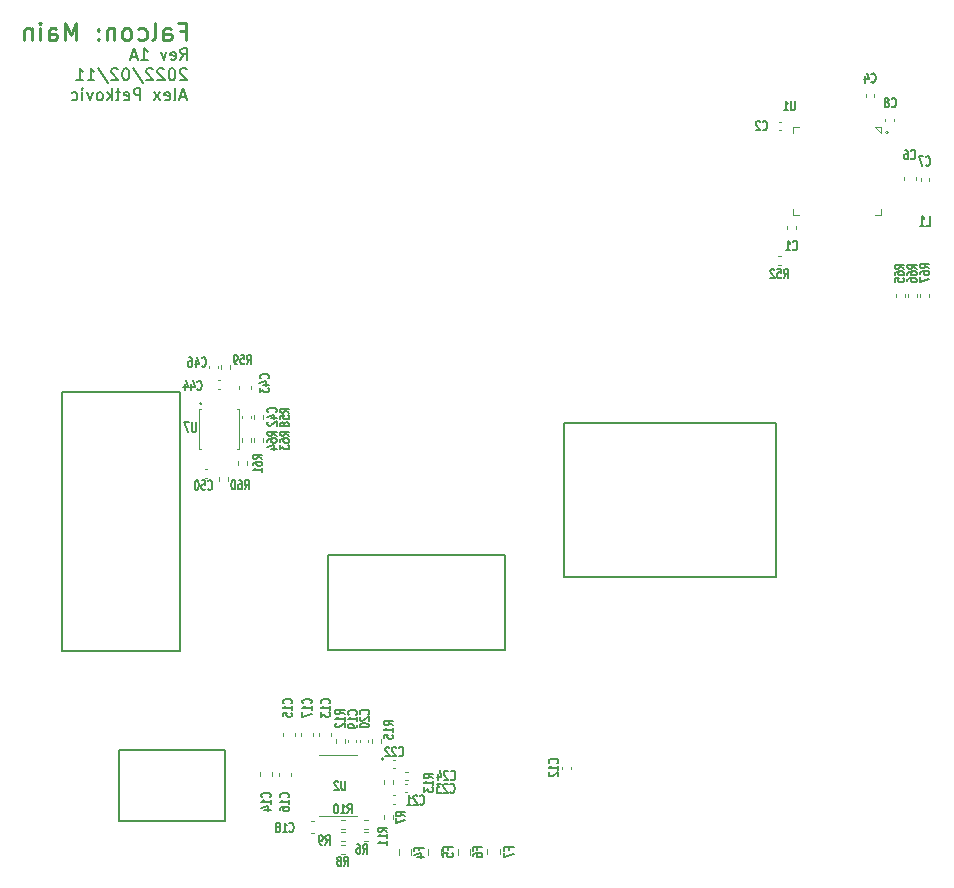
<source format=gbo>
G04 #@! TF.GenerationSoftware,KiCad,Pcbnew,(6.0.0)*
G04 #@! TF.CreationDate,2022-02-12T01:51:37-05:00*
G04 #@! TF.ProjectId,FalconMain,46616c63-6f6e-44d6-9169-6e2e6b696361,1A*
G04 #@! TF.SameCoordinates,Original*
G04 #@! TF.FileFunction,Legend,Bot*
G04 #@! TF.FilePolarity,Positive*
%FSLAX46Y46*%
G04 Gerber Fmt 4.6, Leading zero omitted, Abs format (unit mm)*
G04 Created by KiCad (PCBNEW (6.0.0)) date 2022-02-12 01:51:37*
%MOMM*%
%LPD*%
G01*
G04 APERTURE LIST*
%ADD10C,0.150000*%
%ADD11C,0.250000*%
%ADD12C,0.120000*%
G04 APERTURE END LIST*
D10*
X151000000Y-114000000D02*
X136000000Y-114000000D01*
X136000000Y-114000000D02*
X136000000Y-106000000D01*
X136000000Y-106000000D02*
X151000000Y-106000000D01*
X151000000Y-106000000D02*
X151000000Y-114000000D01*
X155937394Y-107783233D02*
X173937394Y-107783233D01*
X173937394Y-107783233D02*
X173937394Y-94783233D01*
X173937394Y-94783233D02*
X155937394Y-94783233D01*
X155937394Y-94783233D02*
X155937394Y-107783233D01*
X118305934Y-122437770D02*
X127305934Y-122437770D01*
X127305934Y-122437770D02*
X127305934Y-128437770D01*
X127305934Y-128437770D02*
X118305934Y-128437770D01*
X118305934Y-128437770D02*
X118305934Y-122437770D01*
X113494144Y-92128398D02*
X123494144Y-92128398D01*
X123494144Y-92128398D02*
X123494144Y-114128398D01*
X123494144Y-114128398D02*
X113494144Y-114128398D01*
X113494144Y-114128398D02*
X113494144Y-92128398D01*
D11*
X123480357Y-61592857D02*
X123980357Y-61592857D01*
X123980357Y-62378571D02*
X123980357Y-60878571D01*
X123266071Y-60878571D01*
X122051785Y-62378571D02*
X122051785Y-61592857D01*
X122123214Y-61450000D01*
X122266071Y-61378571D01*
X122551785Y-61378571D01*
X122694642Y-61450000D01*
X122051785Y-62307142D02*
X122194642Y-62378571D01*
X122551785Y-62378571D01*
X122694642Y-62307142D01*
X122766071Y-62164285D01*
X122766071Y-62021428D01*
X122694642Y-61878571D01*
X122551785Y-61807142D01*
X122194642Y-61807142D01*
X122051785Y-61735714D01*
X121123214Y-62378571D02*
X121266071Y-62307142D01*
X121337500Y-62164285D01*
X121337500Y-60878571D01*
X119908928Y-62307142D02*
X120051785Y-62378571D01*
X120337500Y-62378571D01*
X120480357Y-62307142D01*
X120551785Y-62235714D01*
X120623214Y-62092857D01*
X120623214Y-61664285D01*
X120551785Y-61521428D01*
X120480357Y-61450000D01*
X120337500Y-61378571D01*
X120051785Y-61378571D01*
X119908928Y-61450000D01*
X119051785Y-62378571D02*
X119194642Y-62307142D01*
X119266071Y-62235714D01*
X119337500Y-62092857D01*
X119337500Y-61664285D01*
X119266071Y-61521428D01*
X119194642Y-61450000D01*
X119051785Y-61378571D01*
X118837500Y-61378571D01*
X118694642Y-61450000D01*
X118623214Y-61521428D01*
X118551785Y-61664285D01*
X118551785Y-62092857D01*
X118623214Y-62235714D01*
X118694642Y-62307142D01*
X118837500Y-62378571D01*
X119051785Y-62378571D01*
X117908928Y-61378571D02*
X117908928Y-62378571D01*
X117908928Y-61521428D02*
X117837500Y-61450000D01*
X117694642Y-61378571D01*
X117480357Y-61378571D01*
X117337500Y-61450000D01*
X117266071Y-61592857D01*
X117266071Y-62378571D01*
X116551785Y-62235714D02*
X116480357Y-62307142D01*
X116551785Y-62378571D01*
X116623214Y-62307142D01*
X116551785Y-62235714D01*
X116551785Y-62378571D01*
X116551785Y-61450000D02*
X116480357Y-61521428D01*
X116551785Y-61592857D01*
X116623214Y-61521428D01*
X116551785Y-61450000D01*
X116551785Y-61592857D01*
X114694642Y-62378571D02*
X114694642Y-60878571D01*
X114194642Y-61950000D01*
X113694642Y-60878571D01*
X113694642Y-62378571D01*
X112337500Y-62378571D02*
X112337500Y-61592857D01*
X112408928Y-61450000D01*
X112551785Y-61378571D01*
X112837500Y-61378571D01*
X112980357Y-61450000D01*
X112337500Y-62307142D02*
X112480357Y-62378571D01*
X112837500Y-62378571D01*
X112980357Y-62307142D01*
X113051785Y-62164285D01*
X113051785Y-62021428D01*
X112980357Y-61878571D01*
X112837500Y-61807142D01*
X112480357Y-61807142D01*
X112337500Y-61735714D01*
X111623214Y-62378571D02*
X111623214Y-61378571D01*
X111623214Y-60878571D02*
X111694642Y-60950000D01*
X111623214Y-61021428D01*
X111551785Y-60950000D01*
X111623214Y-60878571D01*
X111623214Y-61021428D01*
X110908928Y-61378571D02*
X110908928Y-62378571D01*
X110908928Y-61521428D02*
X110837500Y-61450000D01*
X110694642Y-61378571D01*
X110480357Y-61378571D01*
X110337500Y-61450000D01*
X110266071Y-61592857D01*
X110266071Y-62378571D01*
D10*
X123492976Y-64052380D02*
X123826309Y-63576190D01*
X124064404Y-64052380D02*
X124064404Y-63052380D01*
X123683452Y-63052380D01*
X123588214Y-63100000D01*
X123540595Y-63147619D01*
X123492976Y-63242857D01*
X123492976Y-63385714D01*
X123540595Y-63480952D01*
X123588214Y-63528571D01*
X123683452Y-63576190D01*
X124064404Y-63576190D01*
X122683452Y-64004761D02*
X122778690Y-64052380D01*
X122969166Y-64052380D01*
X123064404Y-64004761D01*
X123112023Y-63909523D01*
X123112023Y-63528571D01*
X123064404Y-63433333D01*
X122969166Y-63385714D01*
X122778690Y-63385714D01*
X122683452Y-63433333D01*
X122635833Y-63528571D01*
X122635833Y-63623809D01*
X123112023Y-63719047D01*
X122302500Y-63385714D02*
X122064404Y-64052380D01*
X121826309Y-63385714D01*
X120159642Y-64052380D02*
X120731071Y-64052380D01*
X120445357Y-64052380D02*
X120445357Y-63052380D01*
X120540595Y-63195238D01*
X120635833Y-63290476D01*
X120731071Y-63338095D01*
X119778690Y-63766666D02*
X119302500Y-63766666D01*
X119873928Y-64052380D02*
X119540595Y-63052380D01*
X119207261Y-64052380D01*
X124012023Y-64847619D02*
X123964404Y-64800000D01*
X123869166Y-64752380D01*
X123631071Y-64752380D01*
X123535833Y-64800000D01*
X123488214Y-64847619D01*
X123440595Y-64942857D01*
X123440595Y-65038095D01*
X123488214Y-65180952D01*
X124059642Y-65752380D01*
X123440595Y-65752380D01*
X122821547Y-64752380D02*
X122726309Y-64752380D01*
X122631071Y-64800000D01*
X122583452Y-64847619D01*
X122535833Y-64942857D01*
X122488214Y-65133333D01*
X122488214Y-65371428D01*
X122535833Y-65561904D01*
X122583452Y-65657142D01*
X122631071Y-65704761D01*
X122726309Y-65752380D01*
X122821547Y-65752380D01*
X122916785Y-65704761D01*
X122964404Y-65657142D01*
X123012023Y-65561904D01*
X123059642Y-65371428D01*
X123059642Y-65133333D01*
X123012023Y-64942857D01*
X122964404Y-64847619D01*
X122916785Y-64800000D01*
X122821547Y-64752380D01*
X122107261Y-64847619D02*
X122059642Y-64800000D01*
X121964404Y-64752380D01*
X121726309Y-64752380D01*
X121631071Y-64800000D01*
X121583452Y-64847619D01*
X121535833Y-64942857D01*
X121535833Y-65038095D01*
X121583452Y-65180952D01*
X122154880Y-65752380D01*
X121535833Y-65752380D01*
X121154880Y-64847619D02*
X121107261Y-64800000D01*
X121012023Y-64752380D01*
X120773928Y-64752380D01*
X120678690Y-64800000D01*
X120631071Y-64847619D01*
X120583452Y-64942857D01*
X120583452Y-65038095D01*
X120631071Y-65180952D01*
X121202500Y-65752380D01*
X120583452Y-65752380D01*
X119440595Y-64704761D02*
X120297738Y-65990476D01*
X118916785Y-64752380D02*
X118821547Y-64752380D01*
X118726309Y-64800000D01*
X118678690Y-64847619D01*
X118631071Y-64942857D01*
X118583452Y-65133333D01*
X118583452Y-65371428D01*
X118631071Y-65561904D01*
X118678690Y-65657142D01*
X118726309Y-65704761D01*
X118821547Y-65752380D01*
X118916785Y-65752380D01*
X119012023Y-65704761D01*
X119059642Y-65657142D01*
X119107261Y-65561904D01*
X119154880Y-65371428D01*
X119154880Y-65133333D01*
X119107261Y-64942857D01*
X119059642Y-64847619D01*
X119012023Y-64800000D01*
X118916785Y-64752380D01*
X118202500Y-64847619D02*
X118154880Y-64800000D01*
X118059642Y-64752380D01*
X117821547Y-64752380D01*
X117726309Y-64800000D01*
X117678690Y-64847619D01*
X117631071Y-64942857D01*
X117631071Y-65038095D01*
X117678690Y-65180952D01*
X118250119Y-65752380D01*
X117631071Y-65752380D01*
X116488214Y-64704761D02*
X117345357Y-65990476D01*
X115631071Y-65752380D02*
X116202500Y-65752380D01*
X115916785Y-65752380D02*
X115916785Y-64752380D01*
X116012023Y-64895238D01*
X116107261Y-64990476D01*
X116202500Y-65038095D01*
X114678690Y-65752380D02*
X115250119Y-65752380D01*
X114964404Y-65752380D02*
X114964404Y-64752380D01*
X115059642Y-64895238D01*
X115154880Y-64990476D01*
X115250119Y-65038095D01*
X123962023Y-67166666D02*
X123485833Y-67166666D01*
X124057261Y-67452380D02*
X123723928Y-66452380D01*
X123390595Y-67452380D01*
X122914404Y-67452380D02*
X123009642Y-67404761D01*
X123057261Y-67309523D01*
X123057261Y-66452380D01*
X122152500Y-67404761D02*
X122247738Y-67452380D01*
X122438214Y-67452380D01*
X122533452Y-67404761D01*
X122581071Y-67309523D01*
X122581071Y-66928571D01*
X122533452Y-66833333D01*
X122438214Y-66785714D01*
X122247738Y-66785714D01*
X122152500Y-66833333D01*
X122104880Y-66928571D01*
X122104880Y-67023809D01*
X122581071Y-67119047D01*
X121771547Y-67452380D02*
X121247738Y-66785714D01*
X121771547Y-66785714D02*
X121247738Y-67452380D01*
X120104880Y-67452380D02*
X120104880Y-66452380D01*
X119723928Y-66452380D01*
X119628690Y-66500000D01*
X119581071Y-66547619D01*
X119533452Y-66642857D01*
X119533452Y-66785714D01*
X119581071Y-66880952D01*
X119628690Y-66928571D01*
X119723928Y-66976190D01*
X120104880Y-66976190D01*
X118723928Y-67404761D02*
X118819166Y-67452380D01*
X119009642Y-67452380D01*
X119104880Y-67404761D01*
X119152500Y-67309523D01*
X119152500Y-66928571D01*
X119104880Y-66833333D01*
X119009642Y-66785714D01*
X118819166Y-66785714D01*
X118723928Y-66833333D01*
X118676309Y-66928571D01*
X118676309Y-67023809D01*
X119152500Y-67119047D01*
X118390595Y-66785714D02*
X118009642Y-66785714D01*
X118247738Y-66452380D02*
X118247738Y-67309523D01*
X118200119Y-67404761D01*
X118104880Y-67452380D01*
X118009642Y-67452380D01*
X117676309Y-67452380D02*
X117676309Y-66452380D01*
X117581071Y-67071428D02*
X117295357Y-67452380D01*
X117295357Y-66785714D02*
X117676309Y-67166666D01*
X116723928Y-67452380D02*
X116819166Y-67404761D01*
X116866785Y-67357142D01*
X116914404Y-67261904D01*
X116914404Y-66976190D01*
X116866785Y-66880952D01*
X116819166Y-66833333D01*
X116723928Y-66785714D01*
X116581071Y-66785714D01*
X116485833Y-66833333D01*
X116438214Y-66880952D01*
X116390595Y-66976190D01*
X116390595Y-67261904D01*
X116438214Y-67357142D01*
X116485833Y-67404761D01*
X116581071Y-67452380D01*
X116723928Y-67452380D01*
X116057261Y-66785714D02*
X115819166Y-67452380D01*
X115581071Y-66785714D01*
X115200119Y-67452380D02*
X115200119Y-66785714D01*
X115200119Y-66452380D02*
X115247738Y-66500000D01*
X115200119Y-66547619D01*
X115152500Y-66500000D01*
X115200119Y-66452380D01*
X115200119Y-66547619D01*
X114295357Y-67404761D02*
X114390595Y-67452380D01*
X114581071Y-67452380D01*
X114676309Y-67404761D01*
X114723928Y-67357142D01*
X114771547Y-67261904D01*
X114771547Y-66976190D01*
X114723928Y-66880952D01*
X114676309Y-66833333D01*
X114581071Y-66785714D01*
X114390595Y-66785714D01*
X114295357Y-66833333D01*
X146385714Y-124935714D02*
X146414285Y-124973809D01*
X146500000Y-125011904D01*
X146557142Y-125011904D01*
X146642857Y-124973809D01*
X146700000Y-124897619D01*
X146728571Y-124821428D01*
X146757142Y-124669047D01*
X146757142Y-124554761D01*
X146728571Y-124402380D01*
X146700000Y-124326190D01*
X146642857Y-124250000D01*
X146557142Y-124211904D01*
X146500000Y-124211904D01*
X146414285Y-124250000D01*
X146385714Y-124288095D01*
X146157142Y-124288095D02*
X146128571Y-124250000D01*
X146071428Y-124211904D01*
X145928571Y-124211904D01*
X145871428Y-124250000D01*
X145842857Y-124288095D01*
X145814285Y-124364285D01*
X145814285Y-124440476D01*
X145842857Y-124554761D01*
X146185714Y-125011904D01*
X145814285Y-125011904D01*
X145300000Y-124478571D02*
X145300000Y-125011904D01*
X145442857Y-124173809D02*
X145585714Y-124745238D01*
X145214285Y-124745238D01*
X139385714Y-119414285D02*
X139423809Y-119385714D01*
X139461904Y-119300000D01*
X139461904Y-119242857D01*
X139423809Y-119157142D01*
X139347619Y-119100000D01*
X139271428Y-119071428D01*
X139119047Y-119042857D01*
X139004761Y-119042857D01*
X138852380Y-119071428D01*
X138776190Y-119100000D01*
X138700000Y-119157142D01*
X138661904Y-119242857D01*
X138661904Y-119300000D01*
X138700000Y-119385714D01*
X138738095Y-119414285D01*
X138738095Y-119642857D02*
X138700000Y-119671428D01*
X138661904Y-119728571D01*
X138661904Y-119871428D01*
X138700000Y-119928571D01*
X138738095Y-119957142D01*
X138814285Y-119985714D01*
X138890476Y-119985714D01*
X139004761Y-119957142D01*
X139461904Y-119614285D01*
X139461904Y-119985714D01*
X138661904Y-120357142D02*
X138661904Y-120414285D01*
X138700000Y-120471428D01*
X138738095Y-120500000D01*
X138814285Y-120528571D01*
X138966666Y-120557142D01*
X139157142Y-120557142D01*
X139309523Y-120528571D01*
X139385714Y-120500000D01*
X139423809Y-120471428D01*
X139461904Y-120414285D01*
X139461904Y-120357142D01*
X139423809Y-120300000D01*
X139385714Y-120271428D01*
X139309523Y-120242857D01*
X139157142Y-120214285D01*
X138966666Y-120214285D01*
X138814285Y-120242857D01*
X138738095Y-120271428D01*
X138700000Y-120300000D01*
X138661904Y-120357142D01*
X125285714Y-89935714D02*
X125314285Y-89973809D01*
X125400000Y-90011904D01*
X125457142Y-90011904D01*
X125542857Y-89973809D01*
X125600000Y-89897619D01*
X125628571Y-89821428D01*
X125657142Y-89669047D01*
X125657142Y-89554761D01*
X125628571Y-89402380D01*
X125600000Y-89326190D01*
X125542857Y-89250000D01*
X125457142Y-89211904D01*
X125400000Y-89211904D01*
X125314285Y-89250000D01*
X125285714Y-89288095D01*
X124771428Y-89478571D02*
X124771428Y-90011904D01*
X124914285Y-89173809D02*
X125057142Y-89745238D01*
X124685714Y-89745238D01*
X124200000Y-89211904D02*
X124314285Y-89211904D01*
X124371428Y-89250000D01*
X124400000Y-89288095D01*
X124457142Y-89402380D01*
X124485714Y-89554761D01*
X124485714Y-89859523D01*
X124457142Y-89935714D01*
X124428571Y-89973809D01*
X124371428Y-90011904D01*
X124257142Y-90011904D01*
X124200000Y-89973809D01*
X124171428Y-89935714D01*
X124142857Y-89859523D01*
X124142857Y-89669047D01*
X124171428Y-89592857D01*
X124200000Y-89554761D01*
X124257142Y-89516666D01*
X124371428Y-89516666D01*
X124428571Y-89554761D01*
X124457142Y-89592857D01*
X124485714Y-89669047D01*
X135775000Y-130486904D02*
X135975000Y-130105952D01*
X136117857Y-130486904D02*
X136117857Y-129686904D01*
X135889285Y-129686904D01*
X135832142Y-129725000D01*
X135803571Y-129763095D01*
X135775000Y-129839285D01*
X135775000Y-129953571D01*
X135803571Y-130029761D01*
X135832142Y-130067857D01*
X135889285Y-130105952D01*
X136117857Y-130105952D01*
X135489285Y-130486904D02*
X135375000Y-130486904D01*
X135317857Y-130448809D01*
X135289285Y-130410714D01*
X135232142Y-130296428D01*
X135203571Y-130144047D01*
X135203571Y-129839285D01*
X135232142Y-129763095D01*
X135260714Y-129725000D01*
X135317857Y-129686904D01*
X135432142Y-129686904D01*
X135489285Y-129725000D01*
X135517857Y-129763095D01*
X135546428Y-129839285D01*
X135546428Y-130029761D01*
X135517857Y-130105952D01*
X135489285Y-130144047D01*
X135432142Y-130182142D01*
X135317857Y-130182142D01*
X135260714Y-130144047D01*
X135232142Y-130105952D01*
X135203571Y-130029761D01*
X140986904Y-129389285D02*
X140605952Y-129189285D01*
X140986904Y-129046428D02*
X140186904Y-129046428D01*
X140186904Y-129275000D01*
X140225000Y-129332142D01*
X140263095Y-129360714D01*
X140339285Y-129389285D01*
X140453571Y-129389285D01*
X140529761Y-129360714D01*
X140567857Y-129332142D01*
X140605952Y-129275000D01*
X140605952Y-129046428D01*
X140986904Y-129960714D02*
X140986904Y-129617857D01*
X140986904Y-129789285D02*
X140186904Y-129789285D01*
X140301190Y-129732142D01*
X140377380Y-129675000D01*
X140415476Y-129617857D01*
X140986904Y-130532142D02*
X140986904Y-130189285D01*
X140986904Y-130360714D02*
X140186904Y-130360714D01*
X140301190Y-130303571D01*
X140377380Y-130246428D01*
X140415476Y-130189285D01*
X131585714Y-93864285D02*
X131623809Y-93835714D01*
X131661904Y-93750000D01*
X131661904Y-93692857D01*
X131623809Y-93607142D01*
X131547619Y-93550000D01*
X131471428Y-93521428D01*
X131319047Y-93492857D01*
X131204761Y-93492857D01*
X131052380Y-93521428D01*
X130976190Y-93550000D01*
X130900000Y-93607142D01*
X130861904Y-93692857D01*
X130861904Y-93750000D01*
X130900000Y-93835714D01*
X130938095Y-93864285D01*
X131128571Y-94378571D02*
X131661904Y-94378571D01*
X130823809Y-94235714D02*
X131395238Y-94092857D01*
X131395238Y-94464285D01*
X130938095Y-94664285D02*
X130900000Y-94692857D01*
X130861904Y-94750000D01*
X130861904Y-94892857D01*
X130900000Y-94950000D01*
X130938095Y-94978571D01*
X131014285Y-95007142D01*
X131090476Y-95007142D01*
X131204761Y-94978571D01*
X131661904Y-94635714D01*
X131661904Y-95007142D01*
X155385714Y-123564285D02*
X155423809Y-123535714D01*
X155461904Y-123450000D01*
X155461904Y-123392857D01*
X155423809Y-123307142D01*
X155347619Y-123250000D01*
X155271428Y-123221428D01*
X155119047Y-123192857D01*
X155004761Y-123192857D01*
X154852380Y-123221428D01*
X154776190Y-123250000D01*
X154700000Y-123307142D01*
X154661904Y-123392857D01*
X154661904Y-123450000D01*
X154700000Y-123535714D01*
X154738095Y-123564285D01*
X155461904Y-124135714D02*
X155461904Y-123792857D01*
X155461904Y-123964285D02*
X154661904Y-123964285D01*
X154776190Y-123907142D01*
X154852380Y-123850000D01*
X154890476Y-123792857D01*
X154738095Y-124364285D02*
X154700000Y-124392857D01*
X154661904Y-124450000D01*
X154661904Y-124592857D01*
X154700000Y-124650000D01*
X154738095Y-124678571D01*
X154814285Y-124707142D01*
X154890476Y-124707142D01*
X155004761Y-124678571D01*
X155461904Y-124335714D01*
X155461904Y-124707142D01*
X148642857Y-130900000D02*
X148642857Y-130700000D01*
X149061904Y-130700000D02*
X148261904Y-130700000D01*
X148261904Y-130985714D01*
X148261904Y-131471428D02*
X148261904Y-131357142D01*
X148300000Y-131300000D01*
X148338095Y-131271428D01*
X148452380Y-131214285D01*
X148604761Y-131185714D01*
X148909523Y-131185714D01*
X148985714Y-131214285D01*
X149023809Y-131242857D01*
X149061904Y-131300000D01*
X149061904Y-131414285D01*
X149023809Y-131471428D01*
X148985714Y-131500000D01*
X148909523Y-131528571D01*
X148719047Y-131528571D01*
X148642857Y-131500000D01*
X148604761Y-131471428D01*
X148566666Y-131414285D01*
X148566666Y-131300000D01*
X148604761Y-131242857D01*
X148642857Y-131214285D01*
X148719047Y-131185714D01*
X129135714Y-89811904D02*
X129335714Y-89430952D01*
X129478571Y-89811904D02*
X129478571Y-89011904D01*
X129250000Y-89011904D01*
X129192857Y-89050000D01*
X129164285Y-89088095D01*
X129135714Y-89164285D01*
X129135714Y-89278571D01*
X129164285Y-89354761D01*
X129192857Y-89392857D01*
X129250000Y-89430952D01*
X129478571Y-89430952D01*
X128592857Y-89011904D02*
X128878571Y-89011904D01*
X128907142Y-89392857D01*
X128878571Y-89354761D01*
X128821428Y-89316666D01*
X128678571Y-89316666D01*
X128621428Y-89354761D01*
X128592857Y-89392857D01*
X128564285Y-89469047D01*
X128564285Y-89659523D01*
X128592857Y-89735714D01*
X128621428Y-89773809D01*
X128678571Y-89811904D01*
X128821428Y-89811904D01*
X128878571Y-89773809D01*
X128907142Y-89735714D01*
X128278571Y-89811904D02*
X128164285Y-89811904D01*
X128107142Y-89773809D01*
X128078571Y-89735714D01*
X128021428Y-89621428D01*
X127992857Y-89469047D01*
X127992857Y-89164285D01*
X128021428Y-89088095D01*
X128050000Y-89050000D01*
X128107142Y-89011904D01*
X128221428Y-89011904D01*
X128278571Y-89050000D01*
X128307142Y-89088095D01*
X128335714Y-89164285D01*
X128335714Y-89354761D01*
X128307142Y-89430952D01*
X128278571Y-89469047D01*
X128221428Y-89507142D01*
X128107142Y-89507142D01*
X128050000Y-89469047D01*
X128021428Y-89430952D01*
X127992857Y-89354761D01*
X132885714Y-118514285D02*
X132923809Y-118485714D01*
X132961904Y-118400000D01*
X132961904Y-118342857D01*
X132923809Y-118257142D01*
X132847619Y-118200000D01*
X132771428Y-118171428D01*
X132619047Y-118142857D01*
X132504761Y-118142857D01*
X132352380Y-118171428D01*
X132276190Y-118200000D01*
X132200000Y-118257142D01*
X132161904Y-118342857D01*
X132161904Y-118400000D01*
X132200000Y-118485714D01*
X132238095Y-118514285D01*
X132961904Y-119085714D02*
X132961904Y-118742857D01*
X132961904Y-118914285D02*
X132161904Y-118914285D01*
X132276190Y-118857142D01*
X132352380Y-118800000D01*
X132390476Y-118742857D01*
X132161904Y-119628571D02*
X132161904Y-119342857D01*
X132542857Y-119314285D01*
X132504761Y-119342857D01*
X132466666Y-119400000D01*
X132466666Y-119542857D01*
X132504761Y-119600000D01*
X132542857Y-119628571D01*
X132619047Y-119657142D01*
X132809523Y-119657142D01*
X132885714Y-119628571D01*
X132923809Y-119600000D01*
X132961904Y-119542857D01*
X132961904Y-119400000D01*
X132923809Y-119342857D01*
X132885714Y-119314285D01*
X146117857Y-130900000D02*
X146117857Y-130700000D01*
X146536904Y-130700000D02*
X145736904Y-130700000D01*
X145736904Y-130985714D01*
X145736904Y-131500000D02*
X145736904Y-131214285D01*
X146117857Y-131185714D01*
X146079761Y-131214285D01*
X146041666Y-131271428D01*
X146041666Y-131414285D01*
X146079761Y-131471428D01*
X146117857Y-131500000D01*
X146194047Y-131528571D01*
X146384523Y-131528571D01*
X146460714Y-131500000D01*
X146498809Y-131471428D01*
X146536904Y-131414285D01*
X146536904Y-131271428D01*
X146498809Y-131214285D01*
X146460714Y-131185714D01*
X185350000Y-72385714D02*
X185378571Y-72423809D01*
X185464285Y-72461904D01*
X185521428Y-72461904D01*
X185607142Y-72423809D01*
X185664285Y-72347619D01*
X185692857Y-72271428D01*
X185721428Y-72119047D01*
X185721428Y-72004761D01*
X185692857Y-71852380D01*
X185664285Y-71776190D01*
X185607142Y-71700000D01*
X185521428Y-71661904D01*
X185464285Y-71661904D01*
X185378571Y-71700000D01*
X185350000Y-71738095D01*
X184835714Y-71661904D02*
X184950000Y-71661904D01*
X185007142Y-71700000D01*
X185035714Y-71738095D01*
X185092857Y-71852380D01*
X185121428Y-72004761D01*
X185121428Y-72309523D01*
X185092857Y-72385714D01*
X185064285Y-72423809D01*
X185007142Y-72461904D01*
X184892857Y-72461904D01*
X184835714Y-72423809D01*
X184807142Y-72385714D01*
X184778571Y-72309523D01*
X184778571Y-72119047D01*
X184807142Y-72042857D01*
X184835714Y-72004761D01*
X184892857Y-71966666D01*
X185007142Y-71966666D01*
X185064285Y-72004761D01*
X185092857Y-72042857D01*
X185121428Y-72119047D01*
X130935714Y-91014285D02*
X130973809Y-90985714D01*
X131011904Y-90900000D01*
X131011904Y-90842857D01*
X130973809Y-90757142D01*
X130897619Y-90700000D01*
X130821428Y-90671428D01*
X130669047Y-90642857D01*
X130554761Y-90642857D01*
X130402380Y-90671428D01*
X130326190Y-90700000D01*
X130250000Y-90757142D01*
X130211904Y-90842857D01*
X130211904Y-90900000D01*
X130250000Y-90985714D01*
X130288095Y-91014285D01*
X130478571Y-91528571D02*
X131011904Y-91528571D01*
X130173809Y-91385714D02*
X130745238Y-91242857D01*
X130745238Y-91614285D01*
X130211904Y-91785714D02*
X130211904Y-92157142D01*
X130516666Y-91957142D01*
X130516666Y-92042857D01*
X130554761Y-92100000D01*
X130592857Y-92128571D01*
X130669047Y-92157142D01*
X130859523Y-92157142D01*
X130935714Y-92128571D01*
X130973809Y-92100000D01*
X131011904Y-92042857D01*
X131011904Y-91871428D01*
X130973809Y-91814285D01*
X130935714Y-91785714D01*
X132711904Y-93914285D02*
X132330952Y-93714285D01*
X132711904Y-93571428D02*
X131911904Y-93571428D01*
X131911904Y-93800000D01*
X131950000Y-93857142D01*
X131988095Y-93885714D01*
X132064285Y-93914285D01*
X132178571Y-93914285D01*
X132254761Y-93885714D01*
X132292857Y-93857142D01*
X132330952Y-93800000D01*
X132330952Y-93571428D01*
X131911904Y-94457142D02*
X131911904Y-94171428D01*
X132292857Y-94142857D01*
X132254761Y-94171428D01*
X132216666Y-94228571D01*
X132216666Y-94371428D01*
X132254761Y-94428571D01*
X132292857Y-94457142D01*
X132369047Y-94485714D01*
X132559523Y-94485714D01*
X132635714Y-94457142D01*
X132673809Y-94428571D01*
X132711904Y-94371428D01*
X132711904Y-94228571D01*
X132673809Y-94171428D01*
X132635714Y-94142857D01*
X132254761Y-94828571D02*
X132216666Y-94771428D01*
X132178571Y-94742857D01*
X132102380Y-94714285D01*
X132064285Y-94714285D01*
X131988095Y-94742857D01*
X131950000Y-94771428D01*
X131911904Y-94828571D01*
X131911904Y-94942857D01*
X131950000Y-95000000D01*
X131988095Y-95028571D01*
X132064285Y-95057142D01*
X132102380Y-95057142D01*
X132178571Y-95028571D01*
X132216666Y-95000000D01*
X132254761Y-94942857D01*
X132254761Y-94828571D01*
X132292857Y-94771428D01*
X132330952Y-94742857D01*
X132407142Y-94714285D01*
X132559523Y-94714285D01*
X132635714Y-94742857D01*
X132673809Y-94771428D01*
X132711904Y-94828571D01*
X132711904Y-94942857D01*
X132673809Y-95000000D01*
X132635714Y-95028571D01*
X132559523Y-95057142D01*
X132407142Y-95057142D01*
X132330952Y-95028571D01*
X132292857Y-95000000D01*
X132254761Y-94942857D01*
X128935714Y-100411904D02*
X129135714Y-100030952D01*
X129278571Y-100411904D02*
X129278571Y-99611904D01*
X129050000Y-99611904D01*
X128992857Y-99650000D01*
X128964285Y-99688095D01*
X128935714Y-99764285D01*
X128935714Y-99878571D01*
X128964285Y-99954761D01*
X128992857Y-99992857D01*
X129050000Y-100030952D01*
X129278571Y-100030952D01*
X128421428Y-99611904D02*
X128535714Y-99611904D01*
X128592857Y-99650000D01*
X128621428Y-99688095D01*
X128678571Y-99802380D01*
X128707142Y-99954761D01*
X128707142Y-100259523D01*
X128678571Y-100335714D01*
X128650000Y-100373809D01*
X128592857Y-100411904D01*
X128478571Y-100411904D01*
X128421428Y-100373809D01*
X128392857Y-100335714D01*
X128364285Y-100259523D01*
X128364285Y-100069047D01*
X128392857Y-99992857D01*
X128421428Y-99954761D01*
X128478571Y-99916666D01*
X128592857Y-99916666D01*
X128650000Y-99954761D01*
X128678571Y-99992857D01*
X128707142Y-100069047D01*
X127992857Y-99611904D02*
X127935714Y-99611904D01*
X127878571Y-99650000D01*
X127850000Y-99688095D01*
X127821428Y-99764285D01*
X127792857Y-99916666D01*
X127792857Y-100107142D01*
X127821428Y-100259523D01*
X127850000Y-100335714D01*
X127878571Y-100373809D01*
X127935714Y-100411904D01*
X127992857Y-100411904D01*
X128050000Y-100373809D01*
X128078571Y-100335714D01*
X128107142Y-100259523D01*
X128135714Y-100107142D01*
X128135714Y-99916666D01*
X128107142Y-99764285D01*
X128078571Y-99688095D01*
X128050000Y-99650000D01*
X127992857Y-99611904D01*
X137350000Y-132286904D02*
X137550000Y-131905952D01*
X137692857Y-132286904D02*
X137692857Y-131486904D01*
X137464285Y-131486904D01*
X137407142Y-131525000D01*
X137378571Y-131563095D01*
X137350000Y-131639285D01*
X137350000Y-131753571D01*
X137378571Y-131829761D01*
X137407142Y-131867857D01*
X137464285Y-131905952D01*
X137692857Y-131905952D01*
X137007142Y-131829761D02*
X137064285Y-131791666D01*
X137092857Y-131753571D01*
X137121428Y-131677380D01*
X137121428Y-131639285D01*
X137092857Y-131563095D01*
X137064285Y-131525000D01*
X137007142Y-131486904D01*
X136892857Y-131486904D01*
X136835714Y-131525000D01*
X136807142Y-131563095D01*
X136778571Y-131639285D01*
X136778571Y-131677380D01*
X136807142Y-131753571D01*
X136835714Y-131791666D01*
X136892857Y-131829761D01*
X137007142Y-131829761D01*
X137064285Y-131867857D01*
X137092857Y-131905952D01*
X137121428Y-131982142D01*
X137121428Y-132134523D01*
X137092857Y-132210714D01*
X137064285Y-132248809D01*
X137007142Y-132286904D01*
X136892857Y-132286904D01*
X136835714Y-132248809D01*
X136807142Y-132210714D01*
X136778571Y-132134523D01*
X136778571Y-131982142D01*
X136807142Y-131905952D01*
X136835714Y-131867857D01*
X136892857Y-131829761D01*
X183700000Y-67985714D02*
X183728571Y-68023809D01*
X183814285Y-68061904D01*
X183871428Y-68061904D01*
X183957142Y-68023809D01*
X184014285Y-67947619D01*
X184042857Y-67871428D01*
X184071428Y-67719047D01*
X184071428Y-67604761D01*
X184042857Y-67452380D01*
X184014285Y-67376190D01*
X183957142Y-67300000D01*
X183871428Y-67261904D01*
X183814285Y-67261904D01*
X183728571Y-67300000D01*
X183700000Y-67338095D01*
X183357142Y-67604761D02*
X183414285Y-67566666D01*
X183442857Y-67528571D01*
X183471428Y-67452380D01*
X183471428Y-67414285D01*
X183442857Y-67338095D01*
X183414285Y-67300000D01*
X183357142Y-67261904D01*
X183242857Y-67261904D01*
X183185714Y-67300000D01*
X183157142Y-67338095D01*
X183128571Y-67414285D01*
X183128571Y-67452380D01*
X183157142Y-67528571D01*
X183185714Y-67566666D01*
X183242857Y-67604761D01*
X183357142Y-67604761D01*
X183414285Y-67642857D01*
X183442857Y-67680952D01*
X183471428Y-67757142D01*
X183471428Y-67909523D01*
X183442857Y-67985714D01*
X183414285Y-68023809D01*
X183357142Y-68061904D01*
X183242857Y-68061904D01*
X183185714Y-68023809D01*
X183157142Y-67985714D01*
X183128571Y-67909523D01*
X183128571Y-67757142D01*
X183157142Y-67680952D01*
X183185714Y-67642857D01*
X183242857Y-67604761D01*
X146335714Y-126035714D02*
X146364285Y-126073809D01*
X146450000Y-126111904D01*
X146507142Y-126111904D01*
X146592857Y-126073809D01*
X146650000Y-125997619D01*
X146678571Y-125921428D01*
X146707142Y-125769047D01*
X146707142Y-125654761D01*
X146678571Y-125502380D01*
X146650000Y-125426190D01*
X146592857Y-125350000D01*
X146507142Y-125311904D01*
X146450000Y-125311904D01*
X146364285Y-125350000D01*
X146335714Y-125388095D01*
X146107142Y-125388095D02*
X146078571Y-125350000D01*
X146021428Y-125311904D01*
X145878571Y-125311904D01*
X145821428Y-125350000D01*
X145792857Y-125388095D01*
X145764285Y-125464285D01*
X145764285Y-125540476D01*
X145792857Y-125654761D01*
X146135714Y-126111904D01*
X145764285Y-126111904D01*
X145564285Y-125311904D02*
X145192857Y-125311904D01*
X145392857Y-125616666D01*
X145307142Y-125616666D01*
X145250000Y-125654761D01*
X145221428Y-125692857D01*
X145192857Y-125769047D01*
X145192857Y-125959523D01*
X145221428Y-126035714D01*
X145250000Y-126073809D01*
X145307142Y-126111904D01*
X145478571Y-126111904D01*
X145535714Y-126073809D01*
X145564285Y-126035714D01*
X141511904Y-120364285D02*
X141130952Y-120164285D01*
X141511904Y-120021428D02*
X140711904Y-120021428D01*
X140711904Y-120250000D01*
X140750000Y-120307142D01*
X140788095Y-120335714D01*
X140864285Y-120364285D01*
X140978571Y-120364285D01*
X141054761Y-120335714D01*
X141092857Y-120307142D01*
X141130952Y-120250000D01*
X141130952Y-120021428D01*
X141511904Y-120935714D02*
X141511904Y-120592857D01*
X141511904Y-120764285D02*
X140711904Y-120764285D01*
X140826190Y-120707142D01*
X140902380Y-120650000D01*
X140940476Y-120592857D01*
X140711904Y-121478571D02*
X140711904Y-121192857D01*
X141092857Y-121164285D01*
X141054761Y-121192857D01*
X141016666Y-121250000D01*
X141016666Y-121392857D01*
X141054761Y-121450000D01*
X141092857Y-121478571D01*
X141169047Y-121507142D01*
X141359523Y-121507142D01*
X141435714Y-121478571D01*
X141473809Y-121450000D01*
X141511904Y-121392857D01*
X141511904Y-121250000D01*
X141473809Y-121192857D01*
X141435714Y-121164285D01*
X131661904Y-95864285D02*
X131280952Y-95664285D01*
X131661904Y-95521428D02*
X130861904Y-95521428D01*
X130861904Y-95750000D01*
X130900000Y-95807142D01*
X130938095Y-95835714D01*
X131014285Y-95864285D01*
X131128571Y-95864285D01*
X131204761Y-95835714D01*
X131242857Y-95807142D01*
X131280952Y-95750000D01*
X131280952Y-95521428D01*
X130861904Y-96378571D02*
X130861904Y-96264285D01*
X130900000Y-96207142D01*
X130938095Y-96178571D01*
X131052380Y-96121428D01*
X131204761Y-96092857D01*
X131509523Y-96092857D01*
X131585714Y-96121428D01*
X131623809Y-96150000D01*
X131661904Y-96207142D01*
X131661904Y-96321428D01*
X131623809Y-96378571D01*
X131585714Y-96407142D01*
X131509523Y-96435714D01*
X131319047Y-96435714D01*
X131242857Y-96407142D01*
X131204761Y-96378571D01*
X131166666Y-96321428D01*
X131166666Y-96207142D01*
X131204761Y-96150000D01*
X131242857Y-96121428D01*
X131319047Y-96092857D01*
X131128571Y-96950000D02*
X131661904Y-96950000D01*
X130823809Y-96807142D02*
X131395238Y-96664285D01*
X131395238Y-97035714D01*
X174585714Y-82511904D02*
X174785714Y-82130952D01*
X174928571Y-82511904D02*
X174928571Y-81711904D01*
X174700000Y-81711904D01*
X174642857Y-81750000D01*
X174614285Y-81788095D01*
X174585714Y-81864285D01*
X174585714Y-81978571D01*
X174614285Y-82054761D01*
X174642857Y-82092857D01*
X174700000Y-82130952D01*
X174928571Y-82130952D01*
X174042857Y-81711904D02*
X174328571Y-81711904D01*
X174357142Y-82092857D01*
X174328571Y-82054761D01*
X174271428Y-82016666D01*
X174128571Y-82016666D01*
X174071428Y-82054761D01*
X174042857Y-82092857D01*
X174014285Y-82169047D01*
X174014285Y-82359523D01*
X174042857Y-82435714D01*
X174071428Y-82473809D01*
X174128571Y-82511904D01*
X174271428Y-82511904D01*
X174328571Y-82473809D01*
X174357142Y-82435714D01*
X173785714Y-81788095D02*
X173757142Y-81750000D01*
X173700000Y-81711904D01*
X173557142Y-81711904D01*
X173500000Y-81750000D01*
X173471428Y-81788095D01*
X173442857Y-81864285D01*
X173442857Y-81940476D01*
X173471428Y-82054761D01*
X173814285Y-82511904D01*
X173442857Y-82511904D01*
X182000000Y-65885714D02*
X182028571Y-65923809D01*
X182114285Y-65961904D01*
X182171428Y-65961904D01*
X182257142Y-65923809D01*
X182314285Y-65847619D01*
X182342857Y-65771428D01*
X182371428Y-65619047D01*
X182371428Y-65504761D01*
X182342857Y-65352380D01*
X182314285Y-65276190D01*
X182257142Y-65200000D01*
X182171428Y-65161904D01*
X182114285Y-65161904D01*
X182028571Y-65200000D01*
X182000000Y-65238095D01*
X181485714Y-65428571D02*
X181485714Y-65961904D01*
X181628571Y-65123809D02*
X181771428Y-65695238D01*
X181400000Y-65695238D01*
X132610714Y-126489285D02*
X132648809Y-126460714D01*
X132686904Y-126375000D01*
X132686904Y-126317857D01*
X132648809Y-126232142D01*
X132572619Y-126175000D01*
X132496428Y-126146428D01*
X132344047Y-126117857D01*
X132229761Y-126117857D01*
X132077380Y-126146428D01*
X132001190Y-126175000D01*
X131925000Y-126232142D01*
X131886904Y-126317857D01*
X131886904Y-126375000D01*
X131925000Y-126460714D01*
X131963095Y-126489285D01*
X132686904Y-127060714D02*
X132686904Y-126717857D01*
X132686904Y-126889285D02*
X131886904Y-126889285D01*
X132001190Y-126832142D01*
X132077380Y-126775000D01*
X132115476Y-126717857D01*
X131886904Y-127575000D02*
X131886904Y-127460714D01*
X131925000Y-127403571D01*
X131963095Y-127375000D01*
X132077380Y-127317857D01*
X132229761Y-127289285D01*
X132534523Y-127289285D01*
X132610714Y-127317857D01*
X132648809Y-127346428D01*
X132686904Y-127403571D01*
X132686904Y-127517857D01*
X132648809Y-127575000D01*
X132610714Y-127603571D01*
X132534523Y-127632142D01*
X132344047Y-127632142D01*
X132267857Y-127603571D01*
X132229761Y-127575000D01*
X132191666Y-127517857D01*
X132191666Y-127403571D01*
X132229761Y-127346428D01*
X132267857Y-127317857D01*
X132344047Y-127289285D01*
X142511904Y-128050000D02*
X142130952Y-127850000D01*
X142511904Y-127707142D02*
X141711904Y-127707142D01*
X141711904Y-127935714D01*
X141750000Y-127992857D01*
X141788095Y-128021428D01*
X141864285Y-128050000D01*
X141978571Y-128050000D01*
X142054761Y-128021428D01*
X142092857Y-127992857D01*
X142130952Y-127935714D01*
X142130952Y-127707142D01*
X141711904Y-128250000D02*
X141711904Y-128650000D01*
X142511904Y-128392857D01*
X130411904Y-97814285D02*
X130030952Y-97614285D01*
X130411904Y-97471428D02*
X129611904Y-97471428D01*
X129611904Y-97700000D01*
X129650000Y-97757142D01*
X129688095Y-97785714D01*
X129764285Y-97814285D01*
X129878571Y-97814285D01*
X129954761Y-97785714D01*
X129992857Y-97757142D01*
X130030952Y-97700000D01*
X130030952Y-97471428D01*
X129611904Y-98328571D02*
X129611904Y-98214285D01*
X129650000Y-98157142D01*
X129688095Y-98128571D01*
X129802380Y-98071428D01*
X129954761Y-98042857D01*
X130259523Y-98042857D01*
X130335714Y-98071428D01*
X130373809Y-98100000D01*
X130411904Y-98157142D01*
X130411904Y-98271428D01*
X130373809Y-98328571D01*
X130335714Y-98357142D01*
X130259523Y-98385714D01*
X130069047Y-98385714D01*
X129992857Y-98357142D01*
X129954761Y-98328571D01*
X129916666Y-98271428D01*
X129916666Y-98157142D01*
X129954761Y-98100000D01*
X129992857Y-98071428D01*
X130069047Y-98042857D01*
X130411904Y-98957142D02*
X130411904Y-98614285D01*
X130411904Y-98785714D02*
X129611904Y-98785714D01*
X129726190Y-98728571D01*
X129802380Y-98671428D01*
X129840476Y-98614285D01*
X144911904Y-124864285D02*
X144530952Y-124664285D01*
X144911904Y-124521428D02*
X144111904Y-124521428D01*
X144111904Y-124750000D01*
X144150000Y-124807142D01*
X144188095Y-124835714D01*
X144264285Y-124864285D01*
X144378571Y-124864285D01*
X144454761Y-124835714D01*
X144492857Y-124807142D01*
X144530952Y-124750000D01*
X144530952Y-124521428D01*
X144911904Y-125435714D02*
X144911904Y-125092857D01*
X144911904Y-125264285D02*
X144111904Y-125264285D01*
X144226190Y-125207142D01*
X144302380Y-125150000D01*
X144340476Y-125092857D01*
X144111904Y-125635714D02*
X144111904Y-126007142D01*
X144416666Y-125807142D01*
X144416666Y-125892857D01*
X144454761Y-125950000D01*
X144492857Y-125978571D01*
X144569047Y-126007142D01*
X144759523Y-126007142D01*
X144835714Y-125978571D01*
X144873809Y-125950000D01*
X144911904Y-125892857D01*
X144911904Y-125721428D01*
X144873809Y-125664285D01*
X144835714Y-125635714D01*
X131060714Y-126439285D02*
X131098809Y-126410714D01*
X131136904Y-126325000D01*
X131136904Y-126267857D01*
X131098809Y-126182142D01*
X131022619Y-126125000D01*
X130946428Y-126096428D01*
X130794047Y-126067857D01*
X130679761Y-126067857D01*
X130527380Y-126096428D01*
X130451190Y-126125000D01*
X130375000Y-126182142D01*
X130336904Y-126267857D01*
X130336904Y-126325000D01*
X130375000Y-126410714D01*
X130413095Y-126439285D01*
X131136904Y-127010714D02*
X131136904Y-126667857D01*
X131136904Y-126839285D02*
X130336904Y-126839285D01*
X130451190Y-126782142D01*
X130527380Y-126725000D01*
X130565476Y-126667857D01*
X130603571Y-127525000D02*
X131136904Y-127525000D01*
X130298809Y-127382142D02*
X130870238Y-127239285D01*
X130870238Y-127610714D01*
X125836333Y-100374323D02*
X125864904Y-100412418D01*
X125950619Y-100450513D01*
X126007761Y-100450513D01*
X126093476Y-100412418D01*
X126150619Y-100336228D01*
X126179190Y-100260037D01*
X126207761Y-100107656D01*
X126207761Y-99993370D01*
X126179190Y-99840989D01*
X126150619Y-99764799D01*
X126093476Y-99688609D01*
X126007761Y-99650513D01*
X125950619Y-99650513D01*
X125864904Y-99688609D01*
X125836333Y-99726704D01*
X125293476Y-99650513D02*
X125579190Y-99650513D01*
X125607761Y-100031466D01*
X125579190Y-99993370D01*
X125522047Y-99955275D01*
X125379190Y-99955275D01*
X125322047Y-99993370D01*
X125293476Y-100031466D01*
X125264904Y-100107656D01*
X125264904Y-100298132D01*
X125293476Y-100374323D01*
X125322047Y-100412418D01*
X125379190Y-100450513D01*
X125522047Y-100450513D01*
X125579190Y-100412418D01*
X125607761Y-100374323D01*
X124893476Y-99650513D02*
X124836333Y-99650513D01*
X124779190Y-99688609D01*
X124750619Y-99726704D01*
X124722047Y-99802894D01*
X124693476Y-99955275D01*
X124693476Y-100145751D01*
X124722047Y-100298132D01*
X124750619Y-100374323D01*
X124779190Y-100412418D01*
X124836333Y-100450513D01*
X124893476Y-100450513D01*
X124950619Y-100412418D01*
X124979190Y-100374323D01*
X125007761Y-100298132D01*
X125036333Y-100145751D01*
X125036333Y-99955275D01*
X125007761Y-99802894D01*
X124979190Y-99726704D01*
X124950619Y-99688609D01*
X124893476Y-99650513D01*
X186650000Y-78061904D02*
X186935714Y-78061904D01*
X186935714Y-77261904D01*
X186135714Y-78061904D02*
X186478571Y-78061904D01*
X186307142Y-78061904D02*
X186307142Y-77261904D01*
X186364285Y-77376190D01*
X186421428Y-77452380D01*
X186478571Y-77490476D01*
X184761904Y-81714285D02*
X184380952Y-81514285D01*
X184761904Y-81371428D02*
X183961904Y-81371428D01*
X183961904Y-81600000D01*
X184000000Y-81657142D01*
X184038095Y-81685714D01*
X184114285Y-81714285D01*
X184228571Y-81714285D01*
X184304761Y-81685714D01*
X184342857Y-81657142D01*
X184380952Y-81600000D01*
X184380952Y-81371428D01*
X183961904Y-82228571D02*
X183961904Y-82114285D01*
X184000000Y-82057142D01*
X184038095Y-82028571D01*
X184152380Y-81971428D01*
X184304761Y-81942857D01*
X184609523Y-81942857D01*
X184685714Y-81971428D01*
X184723809Y-82000000D01*
X184761904Y-82057142D01*
X184761904Y-82171428D01*
X184723809Y-82228571D01*
X184685714Y-82257142D01*
X184609523Y-82285714D01*
X184419047Y-82285714D01*
X184342857Y-82257142D01*
X184304761Y-82228571D01*
X184266666Y-82171428D01*
X184266666Y-82057142D01*
X184304761Y-82000000D01*
X184342857Y-81971428D01*
X184419047Y-81942857D01*
X183961904Y-82828571D02*
X183961904Y-82542857D01*
X184342857Y-82514285D01*
X184304761Y-82542857D01*
X184266666Y-82600000D01*
X184266666Y-82742857D01*
X184304761Y-82800000D01*
X184342857Y-82828571D01*
X184419047Y-82857142D01*
X184609523Y-82857142D01*
X184685714Y-82828571D01*
X184723809Y-82800000D01*
X184761904Y-82742857D01*
X184761904Y-82600000D01*
X184723809Y-82542857D01*
X184685714Y-82514285D01*
X138385714Y-119464285D02*
X138423809Y-119435714D01*
X138461904Y-119350000D01*
X138461904Y-119292857D01*
X138423809Y-119207142D01*
X138347619Y-119150000D01*
X138271428Y-119121428D01*
X138119047Y-119092857D01*
X138004761Y-119092857D01*
X137852380Y-119121428D01*
X137776190Y-119150000D01*
X137700000Y-119207142D01*
X137661904Y-119292857D01*
X137661904Y-119350000D01*
X137700000Y-119435714D01*
X137738095Y-119464285D01*
X138461904Y-120035714D02*
X138461904Y-119692857D01*
X138461904Y-119864285D02*
X137661904Y-119864285D01*
X137776190Y-119807142D01*
X137852380Y-119750000D01*
X137890476Y-119692857D01*
X138461904Y-120321428D02*
X138461904Y-120435714D01*
X138423809Y-120492857D01*
X138385714Y-120521428D01*
X138271428Y-120578571D01*
X138119047Y-120607142D01*
X137814285Y-120607142D01*
X137738095Y-120578571D01*
X137700000Y-120550000D01*
X137661904Y-120492857D01*
X137661904Y-120378571D01*
X137700000Y-120321428D01*
X137738095Y-120292857D01*
X137814285Y-120264285D01*
X138004761Y-120264285D01*
X138080952Y-120292857D01*
X138119047Y-120321428D01*
X138157142Y-120378571D01*
X138157142Y-120492857D01*
X138119047Y-120550000D01*
X138080952Y-120578571D01*
X138004761Y-120607142D01*
X138950000Y-131236904D02*
X139150000Y-130855952D01*
X139292857Y-131236904D02*
X139292857Y-130436904D01*
X139064285Y-130436904D01*
X139007142Y-130475000D01*
X138978571Y-130513095D01*
X138950000Y-130589285D01*
X138950000Y-130703571D01*
X138978571Y-130779761D01*
X139007142Y-130817857D01*
X139064285Y-130855952D01*
X139292857Y-130855952D01*
X138435714Y-130436904D02*
X138550000Y-130436904D01*
X138607142Y-130475000D01*
X138635714Y-130513095D01*
X138692857Y-130627380D01*
X138721428Y-130779761D01*
X138721428Y-131084523D01*
X138692857Y-131160714D01*
X138664285Y-131198809D01*
X138607142Y-131236904D01*
X138492857Y-131236904D01*
X138435714Y-131198809D01*
X138407142Y-131160714D01*
X138378571Y-131084523D01*
X138378571Y-130894047D01*
X138407142Y-130817857D01*
X138435714Y-130779761D01*
X138492857Y-130741666D01*
X138607142Y-130741666D01*
X138664285Y-130779761D01*
X138692857Y-130817857D01*
X138721428Y-130894047D01*
X143667857Y-130925000D02*
X143667857Y-130725000D01*
X144086904Y-130725000D02*
X143286904Y-130725000D01*
X143286904Y-131010714D01*
X143553571Y-131496428D02*
X144086904Y-131496428D01*
X143248809Y-131353571D02*
X143820238Y-131210714D01*
X143820238Y-131582142D01*
X151292857Y-130900000D02*
X151292857Y-130700000D01*
X151711904Y-130700000D02*
X150911904Y-130700000D01*
X150911904Y-130985714D01*
X150911904Y-131157142D02*
X150911904Y-131557142D01*
X151711904Y-131300000D01*
X137457142Y-125061904D02*
X137457142Y-125709523D01*
X137428571Y-125785714D01*
X137400000Y-125823809D01*
X137342857Y-125861904D01*
X137228571Y-125861904D01*
X137171428Y-125823809D01*
X137142857Y-125785714D01*
X137114285Y-125709523D01*
X137114285Y-125061904D01*
X136857142Y-125138095D02*
X136828571Y-125100000D01*
X136771428Y-125061904D01*
X136628571Y-125061904D01*
X136571428Y-125100000D01*
X136542857Y-125138095D01*
X136514285Y-125214285D01*
X136514285Y-125290476D01*
X136542857Y-125404761D01*
X136885714Y-125861904D01*
X136514285Y-125861904D01*
X124924943Y-91920641D02*
X124953514Y-91958736D01*
X125039229Y-91996831D01*
X125096371Y-91996831D01*
X125182086Y-91958736D01*
X125239229Y-91882546D01*
X125267800Y-91806355D01*
X125296371Y-91653974D01*
X125296371Y-91539688D01*
X125267800Y-91387307D01*
X125239229Y-91311117D01*
X125182086Y-91234927D01*
X125096371Y-91196831D01*
X125039229Y-91196831D01*
X124953514Y-91234927D01*
X124924943Y-91273022D01*
X124410657Y-91463498D02*
X124410657Y-91996831D01*
X124553514Y-91158736D02*
X124696371Y-91730165D01*
X124324943Y-91730165D01*
X123839229Y-91463498D02*
X123839229Y-91996831D01*
X123982086Y-91158736D02*
X124124943Y-91730165D01*
X123753514Y-91730165D01*
X132711904Y-95864285D02*
X132330952Y-95664285D01*
X132711904Y-95521428D02*
X131911904Y-95521428D01*
X131911904Y-95750000D01*
X131950000Y-95807142D01*
X131988095Y-95835714D01*
X132064285Y-95864285D01*
X132178571Y-95864285D01*
X132254761Y-95835714D01*
X132292857Y-95807142D01*
X132330952Y-95750000D01*
X132330952Y-95521428D01*
X131911904Y-96378571D02*
X131911904Y-96264285D01*
X131950000Y-96207142D01*
X131988095Y-96178571D01*
X132102380Y-96121428D01*
X132254761Y-96092857D01*
X132559523Y-96092857D01*
X132635714Y-96121428D01*
X132673809Y-96150000D01*
X132711904Y-96207142D01*
X132711904Y-96321428D01*
X132673809Y-96378571D01*
X132635714Y-96407142D01*
X132559523Y-96435714D01*
X132369047Y-96435714D01*
X132292857Y-96407142D01*
X132254761Y-96378571D01*
X132216666Y-96321428D01*
X132216666Y-96207142D01*
X132254761Y-96150000D01*
X132292857Y-96121428D01*
X132369047Y-96092857D01*
X131911904Y-96635714D02*
X131911904Y-97007142D01*
X132216666Y-96807142D01*
X132216666Y-96892857D01*
X132254761Y-96950000D01*
X132292857Y-96978571D01*
X132369047Y-97007142D01*
X132559523Y-97007142D01*
X132635714Y-96978571D01*
X132673809Y-96950000D01*
X132711904Y-96892857D01*
X132711904Y-96721428D01*
X132673809Y-96664285D01*
X132635714Y-96635714D01*
X137411904Y-119414285D02*
X137030952Y-119214285D01*
X137411904Y-119071428D02*
X136611904Y-119071428D01*
X136611904Y-119300000D01*
X136650000Y-119357142D01*
X136688095Y-119385714D01*
X136764285Y-119414285D01*
X136878571Y-119414285D01*
X136954761Y-119385714D01*
X136992857Y-119357142D01*
X137030952Y-119300000D01*
X137030952Y-119071428D01*
X137411904Y-119985714D02*
X137411904Y-119642857D01*
X137411904Y-119814285D02*
X136611904Y-119814285D01*
X136726190Y-119757142D01*
X136802380Y-119700000D01*
X136840476Y-119642857D01*
X136688095Y-120214285D02*
X136650000Y-120242857D01*
X136611904Y-120300000D01*
X136611904Y-120442857D01*
X136650000Y-120500000D01*
X136688095Y-120528571D01*
X136764285Y-120557142D01*
X136840476Y-120557142D01*
X136954761Y-120528571D01*
X137411904Y-120185714D01*
X137411904Y-120557142D01*
X172800000Y-69935714D02*
X172828571Y-69973809D01*
X172914285Y-70011904D01*
X172971428Y-70011904D01*
X173057142Y-69973809D01*
X173114285Y-69897619D01*
X173142857Y-69821428D01*
X173171428Y-69669047D01*
X173171428Y-69554761D01*
X173142857Y-69402380D01*
X173114285Y-69326190D01*
X173057142Y-69250000D01*
X172971428Y-69211904D01*
X172914285Y-69211904D01*
X172828571Y-69250000D01*
X172800000Y-69288095D01*
X172571428Y-69288095D02*
X172542857Y-69250000D01*
X172485714Y-69211904D01*
X172342857Y-69211904D01*
X172285714Y-69250000D01*
X172257142Y-69288095D01*
X172228571Y-69364285D01*
X172228571Y-69440476D01*
X172257142Y-69554761D01*
X172600000Y-70011904D01*
X172228571Y-70011904D01*
X175507142Y-67511904D02*
X175507142Y-68159523D01*
X175478571Y-68235714D01*
X175450000Y-68273809D01*
X175392857Y-68311904D01*
X175278571Y-68311904D01*
X175221428Y-68273809D01*
X175192857Y-68235714D01*
X175164285Y-68159523D01*
X175164285Y-67511904D01*
X174564285Y-68311904D02*
X174907142Y-68311904D01*
X174735714Y-68311904D02*
X174735714Y-67511904D01*
X174792857Y-67626190D01*
X174850000Y-67702380D01*
X174907142Y-67740476D01*
X137635714Y-127836904D02*
X137835714Y-127455952D01*
X137978571Y-127836904D02*
X137978571Y-127036904D01*
X137750000Y-127036904D01*
X137692857Y-127075000D01*
X137664285Y-127113095D01*
X137635714Y-127189285D01*
X137635714Y-127303571D01*
X137664285Y-127379761D01*
X137692857Y-127417857D01*
X137750000Y-127455952D01*
X137978571Y-127455952D01*
X137064285Y-127836904D02*
X137407142Y-127836904D01*
X137235714Y-127836904D02*
X137235714Y-127036904D01*
X137292857Y-127151190D01*
X137350000Y-127227380D01*
X137407142Y-127265476D01*
X136692857Y-127036904D02*
X136635714Y-127036904D01*
X136578571Y-127075000D01*
X136550000Y-127113095D01*
X136521428Y-127189285D01*
X136492857Y-127341666D01*
X136492857Y-127532142D01*
X136521428Y-127684523D01*
X136550000Y-127760714D01*
X136578571Y-127798809D01*
X136635714Y-127836904D01*
X136692857Y-127836904D01*
X136750000Y-127798809D01*
X136778571Y-127760714D01*
X136807142Y-127684523D01*
X136835714Y-127532142D01*
X136835714Y-127341666D01*
X136807142Y-127189285D01*
X136778571Y-127113095D01*
X136750000Y-127075000D01*
X136692857Y-127036904D01*
X134535714Y-118514285D02*
X134573809Y-118485714D01*
X134611904Y-118400000D01*
X134611904Y-118342857D01*
X134573809Y-118257142D01*
X134497619Y-118200000D01*
X134421428Y-118171428D01*
X134269047Y-118142857D01*
X134154761Y-118142857D01*
X134002380Y-118171428D01*
X133926190Y-118200000D01*
X133850000Y-118257142D01*
X133811904Y-118342857D01*
X133811904Y-118400000D01*
X133850000Y-118485714D01*
X133888095Y-118514285D01*
X134611904Y-119085714D02*
X134611904Y-118742857D01*
X134611904Y-118914285D02*
X133811904Y-118914285D01*
X133926190Y-118857142D01*
X134002380Y-118800000D01*
X134040476Y-118742857D01*
X133811904Y-119285714D02*
X133811904Y-119685714D01*
X134611904Y-119428571D01*
X186600000Y-72935714D02*
X186628571Y-72973809D01*
X186714285Y-73011904D01*
X186771428Y-73011904D01*
X186857142Y-72973809D01*
X186914285Y-72897619D01*
X186942857Y-72821428D01*
X186971428Y-72669047D01*
X186971428Y-72554761D01*
X186942857Y-72402380D01*
X186914285Y-72326190D01*
X186857142Y-72250000D01*
X186771428Y-72211904D01*
X186714285Y-72211904D01*
X186628571Y-72250000D01*
X186600000Y-72288095D01*
X186400000Y-72211904D02*
X186000000Y-72211904D01*
X186257142Y-73011904D01*
X141985714Y-122935714D02*
X142014285Y-122973809D01*
X142100000Y-123011904D01*
X142157142Y-123011904D01*
X142242857Y-122973809D01*
X142300000Y-122897619D01*
X142328571Y-122821428D01*
X142357142Y-122669047D01*
X142357142Y-122554761D01*
X142328571Y-122402380D01*
X142300000Y-122326190D01*
X142242857Y-122250000D01*
X142157142Y-122211904D01*
X142100000Y-122211904D01*
X142014285Y-122250000D01*
X141985714Y-122288095D01*
X141757142Y-122288095D02*
X141728571Y-122250000D01*
X141671428Y-122211904D01*
X141528571Y-122211904D01*
X141471428Y-122250000D01*
X141442857Y-122288095D01*
X141414285Y-122364285D01*
X141414285Y-122440476D01*
X141442857Y-122554761D01*
X141785714Y-123011904D01*
X141414285Y-123011904D01*
X141185714Y-122288095D02*
X141157142Y-122250000D01*
X141100000Y-122211904D01*
X140957142Y-122211904D01*
X140900000Y-122250000D01*
X140871428Y-122288095D01*
X140842857Y-122364285D01*
X140842857Y-122440476D01*
X140871428Y-122554761D01*
X141214285Y-123011904D01*
X140842857Y-123011904D01*
X143785714Y-127035714D02*
X143814285Y-127073809D01*
X143900000Y-127111904D01*
X143957142Y-127111904D01*
X144042857Y-127073809D01*
X144100000Y-126997619D01*
X144128571Y-126921428D01*
X144157142Y-126769047D01*
X144157142Y-126654761D01*
X144128571Y-126502380D01*
X144100000Y-126426190D01*
X144042857Y-126350000D01*
X143957142Y-126311904D01*
X143900000Y-126311904D01*
X143814285Y-126350000D01*
X143785714Y-126388095D01*
X143557142Y-126388095D02*
X143528571Y-126350000D01*
X143471428Y-126311904D01*
X143328571Y-126311904D01*
X143271428Y-126350000D01*
X143242857Y-126388095D01*
X143214285Y-126464285D01*
X143214285Y-126540476D01*
X143242857Y-126654761D01*
X143585714Y-127111904D01*
X143214285Y-127111904D01*
X142642857Y-127111904D02*
X142985714Y-127111904D01*
X142814285Y-127111904D02*
X142814285Y-126311904D01*
X142871428Y-126426190D01*
X142928571Y-126502380D01*
X142985714Y-126540476D01*
X175350000Y-80085714D02*
X175378571Y-80123809D01*
X175464285Y-80161904D01*
X175521428Y-80161904D01*
X175607142Y-80123809D01*
X175664285Y-80047619D01*
X175692857Y-79971428D01*
X175721428Y-79819047D01*
X175721428Y-79704761D01*
X175692857Y-79552380D01*
X175664285Y-79476190D01*
X175607142Y-79400000D01*
X175521428Y-79361904D01*
X175464285Y-79361904D01*
X175378571Y-79400000D01*
X175350000Y-79438095D01*
X174778571Y-80161904D02*
X175121428Y-80161904D01*
X174950000Y-80161904D02*
X174950000Y-79361904D01*
X175007142Y-79476190D01*
X175064285Y-79552380D01*
X175121428Y-79590476D01*
X132710714Y-129335714D02*
X132739285Y-129373809D01*
X132825000Y-129411904D01*
X132882142Y-129411904D01*
X132967857Y-129373809D01*
X133025000Y-129297619D01*
X133053571Y-129221428D01*
X133082142Y-129069047D01*
X133082142Y-128954761D01*
X133053571Y-128802380D01*
X133025000Y-128726190D01*
X132967857Y-128650000D01*
X132882142Y-128611904D01*
X132825000Y-128611904D01*
X132739285Y-128650000D01*
X132710714Y-128688095D01*
X132139285Y-129411904D02*
X132482142Y-129411904D01*
X132310714Y-129411904D02*
X132310714Y-128611904D01*
X132367857Y-128726190D01*
X132425000Y-128802380D01*
X132482142Y-128840476D01*
X131796428Y-128954761D02*
X131853571Y-128916666D01*
X131882142Y-128878571D01*
X131910714Y-128802380D01*
X131910714Y-128764285D01*
X131882142Y-128688095D01*
X131853571Y-128650000D01*
X131796428Y-128611904D01*
X131682142Y-128611904D01*
X131625000Y-128650000D01*
X131596428Y-128688095D01*
X131567857Y-128764285D01*
X131567857Y-128802380D01*
X131596428Y-128878571D01*
X131625000Y-128916666D01*
X131682142Y-128954761D01*
X131796428Y-128954761D01*
X131853571Y-128992857D01*
X131882142Y-129030952D01*
X131910714Y-129107142D01*
X131910714Y-129259523D01*
X131882142Y-129335714D01*
X131853571Y-129373809D01*
X131796428Y-129411904D01*
X131682142Y-129411904D01*
X131625000Y-129373809D01*
X131596428Y-129335714D01*
X131567857Y-129259523D01*
X131567857Y-129107142D01*
X131596428Y-129030952D01*
X131625000Y-128992857D01*
X131682142Y-128954761D01*
X185842908Y-81710344D02*
X185461956Y-81510344D01*
X185842908Y-81367487D02*
X185042908Y-81367487D01*
X185042908Y-81596059D01*
X185081004Y-81653201D01*
X185119099Y-81681773D01*
X185195289Y-81710344D01*
X185309575Y-81710344D01*
X185385765Y-81681773D01*
X185423861Y-81653201D01*
X185461956Y-81596059D01*
X185461956Y-81367487D01*
X185042908Y-82224630D02*
X185042908Y-82110344D01*
X185081004Y-82053201D01*
X185119099Y-82024630D01*
X185233384Y-81967487D01*
X185385765Y-81938916D01*
X185690527Y-81938916D01*
X185766718Y-81967487D01*
X185804813Y-81996059D01*
X185842908Y-82053201D01*
X185842908Y-82167487D01*
X185804813Y-82224630D01*
X185766718Y-82253201D01*
X185690527Y-82281773D01*
X185500051Y-82281773D01*
X185423861Y-82253201D01*
X185385765Y-82224630D01*
X185347670Y-82167487D01*
X185347670Y-82053201D01*
X185385765Y-81996059D01*
X185423861Y-81967487D01*
X185500051Y-81938916D01*
X185042908Y-82796059D02*
X185042908Y-82681773D01*
X185081004Y-82624630D01*
X185119099Y-82596059D01*
X185233384Y-82538916D01*
X185385765Y-82510344D01*
X185690527Y-82510344D01*
X185766718Y-82538916D01*
X185804813Y-82567487D01*
X185842908Y-82624630D01*
X185842908Y-82738916D01*
X185804813Y-82796059D01*
X185766718Y-82824630D01*
X185690527Y-82853201D01*
X185500051Y-82853201D01*
X185423861Y-82824630D01*
X185385765Y-82796059D01*
X185347670Y-82738916D01*
X185347670Y-82624630D01*
X185385765Y-82567487D01*
X185423861Y-82538916D01*
X185500051Y-82510344D01*
X136085714Y-118514285D02*
X136123809Y-118485714D01*
X136161904Y-118400000D01*
X136161904Y-118342857D01*
X136123809Y-118257142D01*
X136047619Y-118200000D01*
X135971428Y-118171428D01*
X135819047Y-118142857D01*
X135704761Y-118142857D01*
X135552380Y-118171428D01*
X135476190Y-118200000D01*
X135400000Y-118257142D01*
X135361904Y-118342857D01*
X135361904Y-118400000D01*
X135400000Y-118485714D01*
X135438095Y-118514285D01*
X136161904Y-119085714D02*
X136161904Y-118742857D01*
X136161904Y-118914285D02*
X135361904Y-118914285D01*
X135476190Y-118857142D01*
X135552380Y-118800000D01*
X135590476Y-118742857D01*
X135361904Y-119285714D02*
X135361904Y-119657142D01*
X135666666Y-119457142D01*
X135666666Y-119542857D01*
X135704761Y-119600000D01*
X135742857Y-119628571D01*
X135819047Y-119657142D01*
X136009523Y-119657142D01*
X136085714Y-119628571D01*
X136123809Y-119600000D01*
X136161904Y-119542857D01*
X136161904Y-119371428D01*
X136123809Y-119314285D01*
X136085714Y-119285714D01*
X186911904Y-81664285D02*
X186530952Y-81464285D01*
X186911904Y-81321428D02*
X186111904Y-81321428D01*
X186111904Y-81550000D01*
X186150000Y-81607142D01*
X186188095Y-81635714D01*
X186264285Y-81664285D01*
X186378571Y-81664285D01*
X186454761Y-81635714D01*
X186492857Y-81607142D01*
X186530952Y-81550000D01*
X186530952Y-81321428D01*
X186111904Y-82178571D02*
X186111904Y-82064285D01*
X186150000Y-82007142D01*
X186188095Y-81978571D01*
X186302380Y-81921428D01*
X186454761Y-81892857D01*
X186759523Y-81892857D01*
X186835714Y-81921428D01*
X186873809Y-81950000D01*
X186911904Y-82007142D01*
X186911904Y-82121428D01*
X186873809Y-82178571D01*
X186835714Y-82207142D01*
X186759523Y-82235714D01*
X186569047Y-82235714D01*
X186492857Y-82207142D01*
X186454761Y-82178571D01*
X186416666Y-82121428D01*
X186416666Y-82007142D01*
X186454761Y-81950000D01*
X186492857Y-81921428D01*
X186569047Y-81892857D01*
X186111904Y-82435714D02*
X186111904Y-82835714D01*
X186911904Y-82578571D01*
X124807142Y-94711904D02*
X124807142Y-95359523D01*
X124778571Y-95435714D01*
X124750000Y-95473809D01*
X124692857Y-95511904D01*
X124578571Y-95511904D01*
X124521428Y-95473809D01*
X124492857Y-95435714D01*
X124464285Y-95359523D01*
X124464285Y-94711904D01*
X124235714Y-94711904D02*
X123835714Y-94711904D01*
X124092857Y-95511904D01*
D12*
X142721586Y-124308750D02*
X142505914Y-124308750D01*
X142721586Y-125028750D02*
X142505914Y-125028750D01*
X138680000Y-121817836D02*
X138680000Y-121602164D01*
X139400000Y-121817836D02*
X139400000Y-121602164D01*
X125946540Y-90165185D02*
X125946540Y-89949513D01*
X126666540Y-90165185D02*
X126666540Y-89949513D01*
X137086359Y-129438750D02*
X137393641Y-129438750D01*
X137086359Y-130198750D02*
X137393641Y-130198750D01*
X139026359Y-128388750D02*
X139333641Y-128388750D01*
X139026359Y-129148750D02*
X139333641Y-129148750D01*
X129460000Y-94370185D02*
X129460000Y-94154513D01*
X128740000Y-94370185D02*
X128740000Y-94154513D01*
X156560000Y-124107836D02*
X156560000Y-123892164D01*
X155840000Y-124107836D02*
X155840000Y-123892164D01*
X148022500Y-130862742D02*
X148022500Y-131337258D01*
X146977500Y-130862742D02*
X146977500Y-131337258D01*
X126951540Y-90190990D02*
X126951540Y-89883708D01*
X127711540Y-90190990D02*
X127711540Y-89883708D01*
X133158750Y-121269330D02*
X133158750Y-120988170D01*
X132138750Y-121269330D02*
X132138750Y-120988170D01*
X145522500Y-130862742D02*
X145522500Y-131337258D01*
X144477500Y-130862742D02*
X144477500Y-131337258D01*
X184729899Y-74245679D02*
X184729899Y-73964519D01*
X185749899Y-74245679D02*
X185749899Y-73964519D01*
X128490000Y-91902929D02*
X128490000Y-91621769D01*
X129510000Y-91902929D02*
X129510000Y-91621769D01*
X129725000Y-94425990D02*
X129725000Y-94118708D01*
X130485000Y-94425990D02*
X130485000Y-94118708D01*
X127505000Y-99665990D02*
X127505000Y-99358708D01*
X126745000Y-99665990D02*
X126745000Y-99358708D01*
X137393641Y-131248750D02*
X137086359Y-131248750D01*
X137393641Y-130488750D02*
X137086359Y-130488750D01*
X183899899Y-69237935D02*
X183899899Y-69022263D01*
X183179899Y-69237935D02*
X183179899Y-69022263D01*
X142701586Y-126028750D02*
X142485914Y-126028750D01*
X142701586Y-125308750D02*
X142485914Y-125308750D01*
X139680000Y-121576359D02*
X139680000Y-121883641D01*
X140440000Y-121576359D02*
X140440000Y-121883641D01*
X129485000Y-96375990D02*
X129485000Y-96068708D01*
X128725000Y-96375990D02*
X128725000Y-96068708D01*
X174353641Y-81430000D02*
X174046359Y-81430000D01*
X174353641Y-80670000D02*
X174046359Y-80670000D01*
X182249899Y-67157935D02*
X182249899Y-66942263D01*
X181529899Y-67157935D02*
X181529899Y-66942263D01*
X132823750Y-124659330D02*
X132823750Y-124378170D01*
X131803750Y-124659330D02*
X131803750Y-124378170D01*
X140733750Y-127965109D02*
X140733750Y-128272391D01*
X141493750Y-127965109D02*
X141493750Y-128272391D01*
X128375000Y-98325990D02*
X128375000Y-98018708D01*
X129135000Y-98325990D02*
X129135000Y-98018708D01*
X141523750Y-125025109D02*
X141523750Y-125332391D01*
X140763750Y-125025109D02*
X140763750Y-125332391D01*
X131258750Y-124348170D02*
X131258750Y-124629330D01*
X130238750Y-124348170D02*
X130238750Y-124629330D01*
X125547164Y-99407349D02*
X125762836Y-99407349D01*
X125547164Y-98687349D02*
X125762836Y-98687349D01*
X184800000Y-83836459D02*
X184800000Y-84143741D01*
X184040000Y-83836459D02*
X184040000Y-84143741D01*
X137678750Y-121826586D02*
X137678750Y-121610914D01*
X138398750Y-121826586D02*
X138398750Y-121610914D01*
X139026359Y-129438750D02*
X139333641Y-129438750D01*
X139026359Y-130198750D02*
X139333641Y-130198750D01*
X141977500Y-130862742D02*
X141977500Y-131337258D01*
X143022500Y-130862742D02*
X143022500Y-131337258D01*
X149477500Y-130837742D02*
X149477500Y-131312258D01*
X150522500Y-130837742D02*
X150522500Y-131312258D01*
X135262736Y-122852550D02*
X138464764Y-122852550D01*
X138464764Y-128084950D02*
X135262736Y-128084950D01*
X140724470Y-123243750D02*
G75*
G03*
X140724470Y-123243750I-110720J0D01*
G01*
X140613750Y-123243750D02*
G75*
G03*
X140613750Y-123243750I0J0D01*
G01*
X126857836Y-91897349D02*
X126642164Y-91897349D01*
X126857836Y-91177349D02*
X126642164Y-91177349D01*
X130480000Y-96058708D02*
X130480000Y-96365990D01*
X129720000Y-96058708D02*
X129720000Y-96365990D01*
X136640000Y-121853641D02*
X136640000Y-121546359D01*
X137400000Y-121853641D02*
X137400000Y-121546359D01*
X174367735Y-69990099D02*
X174152063Y-69990099D01*
X174367735Y-69270099D02*
X174152063Y-69270099D01*
X182796099Y-69703899D02*
X182796099Y-70189859D01*
X182796099Y-77146099D02*
X182310139Y-77146099D01*
X182310139Y-69703899D02*
X182796099Y-69703899D01*
X182796099Y-76660139D02*
X182796099Y-77146099D01*
X175353899Y-77146099D02*
X175353899Y-76660139D01*
X175353899Y-70189859D02*
X175353899Y-69703899D01*
X182310139Y-69703899D02*
X182796099Y-70189859D01*
X175839859Y-77146099D02*
X175353899Y-77146099D01*
X175353899Y-69703899D02*
X175839859Y-69703899D01*
X183435719Y-70174999D02*
G75*
G03*
X183435719Y-70174999I-110720J0D01*
G01*
X183324999Y-70174999D02*
G75*
G03*
X183324999Y-70174999I0J0D01*
G01*
X137096359Y-128388750D02*
X137403641Y-128388750D01*
X137096359Y-129148750D02*
X137403641Y-129148750D01*
X133678750Y-121279330D02*
X133678750Y-120998170D01*
X134698750Y-121279330D02*
X134698750Y-120998170D01*
X186899899Y-74257935D02*
X186899899Y-74042263D01*
X186179899Y-74257935D02*
X186179899Y-74042263D01*
X141671586Y-123308750D02*
X141455914Y-123308750D01*
X141671586Y-124028750D02*
X141455914Y-124028750D01*
X141671586Y-126308750D02*
X141455914Y-126308750D01*
X141671586Y-127028750D02*
X141455914Y-127028750D01*
X175599899Y-78142263D02*
X175599899Y-78357935D01*
X174879899Y-78142263D02*
X174879899Y-78357935D01*
X134523170Y-129528750D02*
X134804330Y-129528750D01*
X134523170Y-128508750D02*
X134804330Y-128508750D01*
X185070000Y-84143641D02*
X185070000Y-83836359D01*
X185830000Y-84143641D02*
X185830000Y-83836359D01*
X135218750Y-121279330D02*
X135218750Y-120998170D01*
X136238750Y-121279330D02*
X136238750Y-120998170D01*
X186100000Y-84143741D02*
X186100000Y-83836459D01*
X186860000Y-84143741D02*
X186860000Y-83836459D01*
X128431400Y-96973749D02*
X128252841Y-96973749D01*
X128252841Y-93620949D02*
X128431400Y-93620949D01*
X125078600Y-96973749D02*
X125078600Y-93620949D01*
X128431400Y-93620949D02*
X128431400Y-96973749D01*
X125257159Y-96973749D02*
X125078600Y-96973749D01*
X125078600Y-93620949D02*
X125257159Y-93620949D01*
X125255000Y-93147349D02*
G75*
G03*
X125255000Y-93147349I-50000J0D01*
G01*
X125316803Y-93147349D02*
G75*
G03*
X125316803Y-93147349I-111803J0D01*
G01*
M02*

</source>
